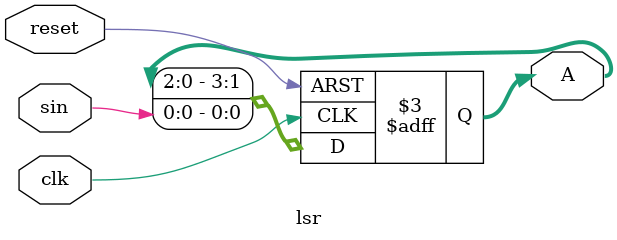
<source format=v>
module lsr(clk,sin,A,reset);
input sin,clk,reset;
output reg [3:0] A;

always@(posedge clk,negedge reset)
begin
if(reset==0)
A=4'b0000;
else
A={A[2:0],sin};
end

endmodule
</source>
